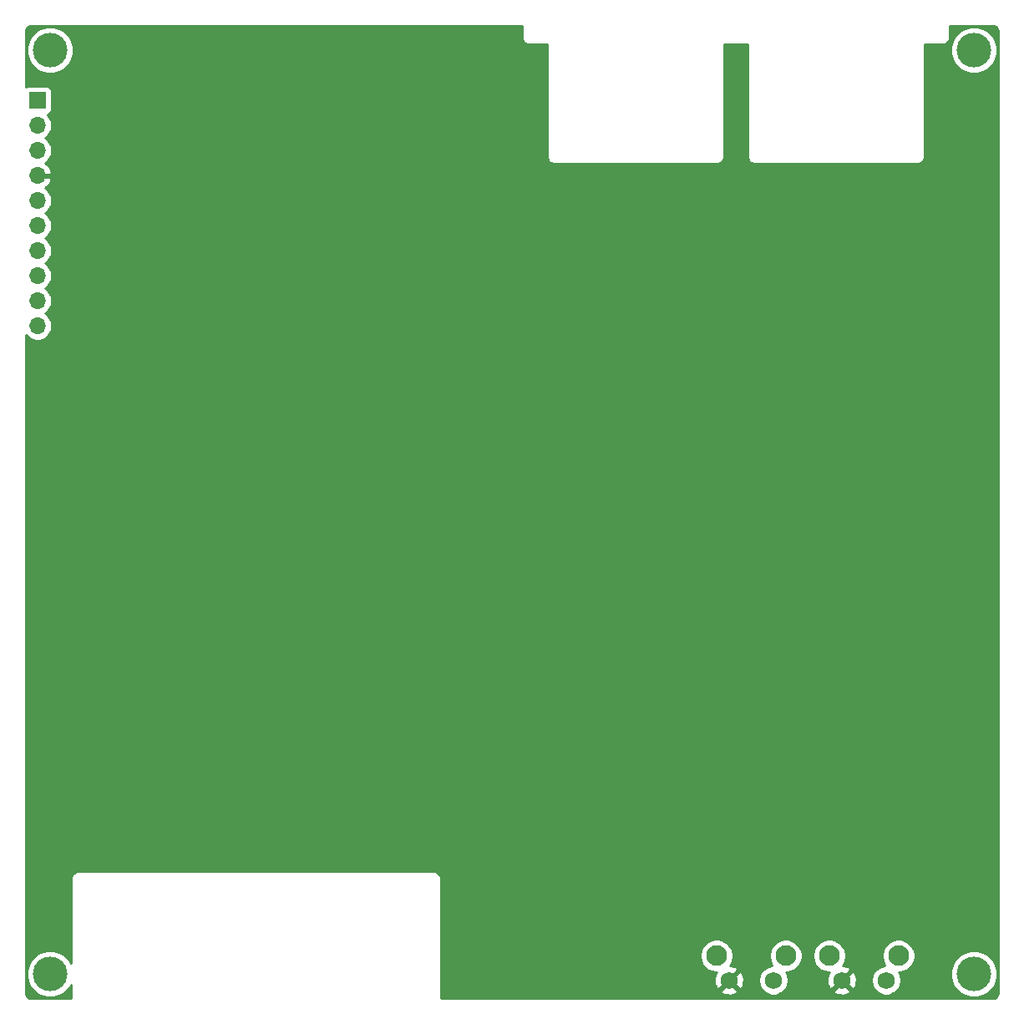
<source format=gtl>
G04 #@! TF.GenerationSoftware,KiCad,Pcbnew,(5.1.8)-1*
G04 #@! TF.CreationDate,2022-02-08T00:22:43+01:00*
G04 #@! TF.ProjectId,BulkyMIDI-32 FA1,42756c6b-794d-4494-9449-2d3332204641,rev?*
G04 #@! TF.SameCoordinates,Original*
G04 #@! TF.FileFunction,Copper,L1,Top*
G04 #@! TF.FilePolarity,Positive*
%FSLAX46Y46*%
G04 Gerber Fmt 4.6, Leading zero omitted, Abs format (unit mm)*
G04 Created by KiCad (PCBNEW (5.1.8)-1) date 2022-02-08 00:22:43*
%MOMM*%
%LPD*%
G01*
G04 APERTURE LIST*
G04 #@! TA.AperFunction,ComponentPad*
%ADD10C,2.100000*%
G04 #@! TD*
G04 #@! TA.AperFunction,ComponentPad*
%ADD11C,1.750000*%
G04 #@! TD*
G04 #@! TA.AperFunction,WasherPad*
%ADD12C,3.500000*%
G04 #@! TD*
G04 #@! TA.AperFunction,ComponentPad*
%ADD13R,1.700000X1.700000*%
G04 #@! TD*
G04 #@! TA.AperFunction,ComponentPad*
%ADD14O,1.700000X1.700000*%
G04 #@! TD*
G04 #@! TA.AperFunction,Conductor*
%ADD15C,0.254000*%
G04 #@! TD*
G04 #@! TA.AperFunction,Conductor*
%ADD16C,0.100000*%
G04 #@! TD*
G04 APERTURE END LIST*
D10*
X147935000Y-149580000D03*
D11*
X146685000Y-152070000D03*
X142185000Y-152070000D03*
D10*
X140925000Y-149580000D03*
X159365000Y-149580000D03*
D11*
X158115000Y-152070000D03*
X153615000Y-152070000D03*
D10*
X152355000Y-149580000D03*
D12*
X73355000Y-151435000D03*
X167005000Y-57785000D03*
D13*
X72085000Y-62865000D03*
D14*
X72085000Y-65405000D03*
X72085000Y-67945000D03*
X72085000Y-70485000D03*
X72085000Y-73025000D03*
X72085000Y-75565000D03*
X72085000Y-78105000D03*
X72085000Y-80645000D03*
X72085000Y-83185000D03*
X72085000Y-85725000D03*
D12*
X167005000Y-151435000D03*
X73355000Y-57785000D03*
D15*
X121210000Y-56480122D02*
X121206565Y-56515000D01*
X121220273Y-56654184D01*
X121260872Y-56788020D01*
X121326800Y-56911363D01*
X121415525Y-57019475D01*
X121500633Y-57089321D01*
X121523637Y-57108200D01*
X121646980Y-57174128D01*
X121780816Y-57214727D01*
X121920000Y-57228435D01*
X121954877Y-57225000D01*
X123750000Y-57225000D01*
X123750001Y-68545113D01*
X123746565Y-68580000D01*
X123760273Y-68719184D01*
X123800872Y-68853020D01*
X123866800Y-68976363D01*
X123955525Y-69084475D01*
X124063637Y-69173200D01*
X124186980Y-69239128D01*
X124320816Y-69279727D01*
X124425123Y-69290000D01*
X124460000Y-69293435D01*
X124494877Y-69290000D01*
X140935123Y-69290000D01*
X140970000Y-69293435D01*
X141004877Y-69290000D01*
X141006685Y-69289822D01*
X141109184Y-69279727D01*
X141243020Y-69239128D01*
X141366363Y-69173200D01*
X141474475Y-69084475D01*
X141563200Y-68976363D01*
X141629128Y-68853020D01*
X141669727Y-68719184D01*
X141680000Y-68614877D01*
X141683435Y-68580000D01*
X141680000Y-68545123D01*
X141680000Y-57225000D01*
X144070000Y-57225000D01*
X144070001Y-68545113D01*
X144066565Y-68580000D01*
X144080273Y-68719184D01*
X144120872Y-68853020D01*
X144186800Y-68976363D01*
X144275525Y-69084475D01*
X144383637Y-69173200D01*
X144506980Y-69239128D01*
X144640816Y-69279727D01*
X144745123Y-69290000D01*
X144780000Y-69293435D01*
X144814877Y-69290000D01*
X161255123Y-69290000D01*
X161290000Y-69293435D01*
X161324877Y-69290000D01*
X161326685Y-69289822D01*
X161429184Y-69279727D01*
X161563020Y-69239128D01*
X161686363Y-69173200D01*
X161794475Y-69084475D01*
X161883200Y-68976363D01*
X161949128Y-68853020D01*
X161989727Y-68719184D01*
X162000000Y-68614877D01*
X162003435Y-68580000D01*
X162000000Y-68545123D01*
X162000000Y-57550098D01*
X164620000Y-57550098D01*
X164620000Y-58019902D01*
X164711654Y-58480679D01*
X164891440Y-58914721D01*
X165152450Y-59305349D01*
X165484651Y-59637550D01*
X165875279Y-59898560D01*
X166309321Y-60078346D01*
X166770098Y-60170000D01*
X167239902Y-60170000D01*
X167700679Y-60078346D01*
X168134721Y-59898560D01*
X168525349Y-59637550D01*
X168857550Y-59305349D01*
X169118560Y-58914721D01*
X169298346Y-58480679D01*
X169390000Y-58019902D01*
X169390000Y-57550098D01*
X169298346Y-57089321D01*
X169118560Y-56655279D01*
X168857550Y-56264651D01*
X168525349Y-55932450D01*
X168134721Y-55671440D01*
X167700679Y-55491654D01*
X167239902Y-55400000D01*
X166770098Y-55400000D01*
X166309321Y-55491654D01*
X165875279Y-55671440D01*
X165484651Y-55932450D01*
X165152450Y-56264651D01*
X164891440Y-56655279D01*
X164711654Y-57089321D01*
X164620000Y-57550098D01*
X162000000Y-57550098D01*
X162000000Y-57225000D01*
X163795123Y-57225000D01*
X163830000Y-57228435D01*
X163864877Y-57225000D01*
X163969184Y-57214727D01*
X164103020Y-57174128D01*
X164226363Y-57108200D01*
X164334475Y-57019475D01*
X164423200Y-56911363D01*
X164489128Y-56788020D01*
X164529727Y-56654184D01*
X164543435Y-56515000D01*
X164540000Y-56480123D01*
X164540000Y-55320000D01*
X168875280Y-55320000D01*
X169018109Y-55334005D01*
X169122101Y-55365402D01*
X169218014Y-55416399D01*
X169302194Y-55485055D01*
X169371440Y-55568758D01*
X169423105Y-55664311D01*
X169455227Y-55768078D01*
X169470000Y-55908641D01*
X169470001Y-153305269D01*
X169455995Y-153448109D01*
X169424599Y-153552099D01*
X169373601Y-153648013D01*
X169304941Y-153732199D01*
X169221243Y-153801439D01*
X169125689Y-153853105D01*
X169021922Y-153885227D01*
X168881359Y-153900000D01*
X112978000Y-153900000D01*
X112978000Y-153116240D01*
X141318365Y-153116240D01*
X141399025Y-153367868D01*
X141667329Y-153496267D01*
X141955526Y-153569855D01*
X142252543Y-153585804D01*
X142546963Y-153543501D01*
X142827474Y-153444572D01*
X142970975Y-153367868D01*
X143051635Y-153116240D01*
X142185000Y-152249605D01*
X141318365Y-153116240D01*
X112978000Y-153116240D01*
X112978000Y-149414042D01*
X139240000Y-149414042D01*
X139240000Y-149745958D01*
X139304754Y-150071496D01*
X139431772Y-150378147D01*
X139616175Y-150654125D01*
X139850875Y-150888825D01*
X140126853Y-151073228D01*
X140433504Y-151200246D01*
X140759042Y-151265000D01*
X140946483Y-151265000D01*
X140887132Y-151284025D01*
X140758733Y-151552329D01*
X140685145Y-151840526D01*
X140669196Y-152137543D01*
X140711499Y-152431963D01*
X140810428Y-152712474D01*
X140887132Y-152855975D01*
X141138760Y-152936635D01*
X142005395Y-152070000D01*
X142364605Y-152070000D01*
X143231240Y-152936635D01*
X143482868Y-152855975D01*
X143611267Y-152587671D01*
X143684855Y-152299474D01*
X143700804Y-152002457D01*
X143689140Y-151921278D01*
X145175000Y-151921278D01*
X145175000Y-152218722D01*
X145233029Y-152510451D01*
X145346856Y-152785253D01*
X145512107Y-153032569D01*
X145722431Y-153242893D01*
X145969747Y-153408144D01*
X146244549Y-153521971D01*
X146536278Y-153580000D01*
X146833722Y-153580000D01*
X147125451Y-153521971D01*
X147400253Y-153408144D01*
X147647569Y-153242893D01*
X147774222Y-153116240D01*
X152748365Y-153116240D01*
X152829025Y-153367868D01*
X153097329Y-153496267D01*
X153385526Y-153569855D01*
X153682543Y-153585804D01*
X153976963Y-153543501D01*
X154257474Y-153444572D01*
X154400975Y-153367868D01*
X154481635Y-153116240D01*
X153615000Y-152249605D01*
X152748365Y-153116240D01*
X147774222Y-153116240D01*
X147857893Y-153032569D01*
X148023144Y-152785253D01*
X148136971Y-152510451D01*
X148195000Y-152218722D01*
X148195000Y-151921278D01*
X148136971Y-151629549D01*
X148023144Y-151354747D01*
X147963177Y-151265000D01*
X148100958Y-151265000D01*
X148426496Y-151200246D01*
X148733147Y-151073228D01*
X149009125Y-150888825D01*
X149243825Y-150654125D01*
X149428228Y-150378147D01*
X149555246Y-150071496D01*
X149620000Y-149745958D01*
X149620000Y-149414042D01*
X150670000Y-149414042D01*
X150670000Y-149745958D01*
X150734754Y-150071496D01*
X150861772Y-150378147D01*
X151046175Y-150654125D01*
X151280875Y-150888825D01*
X151556853Y-151073228D01*
X151863504Y-151200246D01*
X152189042Y-151265000D01*
X152376483Y-151265000D01*
X152317132Y-151284025D01*
X152188733Y-151552329D01*
X152115145Y-151840526D01*
X152099196Y-152137543D01*
X152141499Y-152431963D01*
X152240428Y-152712474D01*
X152317132Y-152855975D01*
X152568760Y-152936635D01*
X153435395Y-152070000D01*
X153794605Y-152070000D01*
X154661240Y-152936635D01*
X154912868Y-152855975D01*
X155041267Y-152587671D01*
X155114855Y-152299474D01*
X155130804Y-152002457D01*
X155119140Y-151921278D01*
X156605000Y-151921278D01*
X156605000Y-152218722D01*
X156663029Y-152510451D01*
X156776856Y-152785253D01*
X156942107Y-153032569D01*
X157152431Y-153242893D01*
X157399747Y-153408144D01*
X157674549Y-153521971D01*
X157966278Y-153580000D01*
X158263722Y-153580000D01*
X158555451Y-153521971D01*
X158830253Y-153408144D01*
X159077569Y-153242893D01*
X159287893Y-153032569D01*
X159453144Y-152785253D01*
X159566971Y-152510451D01*
X159625000Y-152218722D01*
X159625000Y-151921278D01*
X159566971Y-151629549D01*
X159453144Y-151354747D01*
X159393177Y-151265000D01*
X159530958Y-151265000D01*
X159856496Y-151200246D01*
X159856853Y-151200098D01*
X164620000Y-151200098D01*
X164620000Y-151669902D01*
X164711654Y-152130679D01*
X164891440Y-152564721D01*
X165152450Y-152955349D01*
X165484651Y-153287550D01*
X165875279Y-153548560D01*
X166309321Y-153728346D01*
X166770098Y-153820000D01*
X167239902Y-153820000D01*
X167700679Y-153728346D01*
X168134721Y-153548560D01*
X168525349Y-153287550D01*
X168857550Y-152955349D01*
X169118560Y-152564721D01*
X169298346Y-152130679D01*
X169390000Y-151669902D01*
X169390000Y-151200098D01*
X169298346Y-150739321D01*
X169118560Y-150305279D01*
X168857550Y-149914651D01*
X168525349Y-149582450D01*
X168134721Y-149321440D01*
X167700679Y-149141654D01*
X167239902Y-149050000D01*
X166770098Y-149050000D01*
X166309321Y-149141654D01*
X165875279Y-149321440D01*
X165484651Y-149582450D01*
X165152450Y-149914651D01*
X164891440Y-150305279D01*
X164711654Y-150739321D01*
X164620000Y-151200098D01*
X159856853Y-151200098D01*
X160163147Y-151073228D01*
X160439125Y-150888825D01*
X160673825Y-150654125D01*
X160858228Y-150378147D01*
X160985246Y-150071496D01*
X161050000Y-149745958D01*
X161050000Y-149414042D01*
X160985246Y-149088504D01*
X160858228Y-148781853D01*
X160673825Y-148505875D01*
X160439125Y-148271175D01*
X160163147Y-148086772D01*
X159856496Y-147959754D01*
X159530958Y-147895000D01*
X159199042Y-147895000D01*
X158873504Y-147959754D01*
X158566853Y-148086772D01*
X158290875Y-148271175D01*
X158056175Y-148505875D01*
X157871772Y-148781853D01*
X157744754Y-149088504D01*
X157680000Y-149414042D01*
X157680000Y-149745958D01*
X157744754Y-150071496D01*
X157871772Y-150378147D01*
X157993283Y-150560000D01*
X157966278Y-150560000D01*
X157674549Y-150618029D01*
X157399747Y-150731856D01*
X157152431Y-150897107D01*
X156942107Y-151107431D01*
X156776856Y-151354747D01*
X156663029Y-151629549D01*
X156605000Y-151921278D01*
X155119140Y-151921278D01*
X155088501Y-151708037D01*
X154989572Y-151427526D01*
X154912868Y-151284025D01*
X154661240Y-151203365D01*
X153794605Y-152070000D01*
X153435395Y-152070000D01*
X153421253Y-152055858D01*
X153600858Y-151876253D01*
X153615000Y-151890395D01*
X154481635Y-151023760D01*
X154400975Y-150772132D01*
X154132671Y-150643733D01*
X153844474Y-150570145D01*
X153724252Y-150563689D01*
X153848228Y-150378147D01*
X153975246Y-150071496D01*
X154040000Y-149745958D01*
X154040000Y-149414042D01*
X153975246Y-149088504D01*
X153848228Y-148781853D01*
X153663825Y-148505875D01*
X153429125Y-148271175D01*
X153153147Y-148086772D01*
X152846496Y-147959754D01*
X152520958Y-147895000D01*
X152189042Y-147895000D01*
X151863504Y-147959754D01*
X151556853Y-148086772D01*
X151280875Y-148271175D01*
X151046175Y-148505875D01*
X150861772Y-148781853D01*
X150734754Y-149088504D01*
X150670000Y-149414042D01*
X149620000Y-149414042D01*
X149555246Y-149088504D01*
X149428228Y-148781853D01*
X149243825Y-148505875D01*
X149009125Y-148271175D01*
X148733147Y-148086772D01*
X148426496Y-147959754D01*
X148100958Y-147895000D01*
X147769042Y-147895000D01*
X147443504Y-147959754D01*
X147136853Y-148086772D01*
X146860875Y-148271175D01*
X146626175Y-148505875D01*
X146441772Y-148781853D01*
X146314754Y-149088504D01*
X146250000Y-149414042D01*
X146250000Y-149745958D01*
X146314754Y-150071496D01*
X146441772Y-150378147D01*
X146563283Y-150560000D01*
X146536278Y-150560000D01*
X146244549Y-150618029D01*
X145969747Y-150731856D01*
X145722431Y-150897107D01*
X145512107Y-151107431D01*
X145346856Y-151354747D01*
X145233029Y-151629549D01*
X145175000Y-151921278D01*
X143689140Y-151921278D01*
X143658501Y-151708037D01*
X143559572Y-151427526D01*
X143482868Y-151284025D01*
X143231240Y-151203365D01*
X142364605Y-152070000D01*
X142005395Y-152070000D01*
X141991253Y-152055858D01*
X142170858Y-151876253D01*
X142185000Y-151890395D01*
X143051635Y-151023760D01*
X142970975Y-150772132D01*
X142702671Y-150643733D01*
X142414474Y-150570145D01*
X142294252Y-150563689D01*
X142418228Y-150378147D01*
X142545246Y-150071496D01*
X142610000Y-149745958D01*
X142610000Y-149414042D01*
X142545246Y-149088504D01*
X142418228Y-148781853D01*
X142233825Y-148505875D01*
X141999125Y-148271175D01*
X141723147Y-148086772D01*
X141416496Y-147959754D01*
X141090958Y-147895000D01*
X140759042Y-147895000D01*
X140433504Y-147959754D01*
X140126853Y-148086772D01*
X139850875Y-148271175D01*
X139616175Y-148505875D01*
X139431772Y-148781853D01*
X139304754Y-149088504D01*
X139240000Y-149414042D01*
X112978000Y-149414042D01*
X112978000Y-141766877D01*
X112981435Y-141732000D01*
X112967727Y-141592816D01*
X112927128Y-141458980D01*
X112861200Y-141335637D01*
X112772475Y-141227525D01*
X112664363Y-141138800D01*
X112541020Y-141072872D01*
X112407184Y-141032273D01*
X112302877Y-141022000D01*
X112268000Y-141018565D01*
X112233123Y-141022000D01*
X76234877Y-141022000D01*
X76200000Y-141018565D01*
X76165123Y-141022000D01*
X76060816Y-141032273D01*
X75926980Y-141072872D01*
X75803637Y-141138800D01*
X75695525Y-141227525D01*
X75606800Y-141335637D01*
X75540872Y-141458980D01*
X75500273Y-141592816D01*
X75486565Y-141732000D01*
X75490001Y-141766887D01*
X75490000Y-150357041D01*
X75468560Y-150305279D01*
X75207550Y-149914651D01*
X74875349Y-149582450D01*
X74484721Y-149321440D01*
X74050679Y-149141654D01*
X73589902Y-149050000D01*
X73120098Y-149050000D01*
X72659321Y-149141654D01*
X72225279Y-149321440D01*
X71834651Y-149582450D01*
X71502450Y-149914651D01*
X71241440Y-150305279D01*
X71061654Y-150739321D01*
X70970000Y-151200098D01*
X70970000Y-151669902D01*
X71061654Y-152130679D01*
X71241440Y-152564721D01*
X71502450Y-152955349D01*
X71834651Y-153287550D01*
X72225279Y-153548560D01*
X72659321Y-153728346D01*
X73120098Y-153820000D01*
X73589902Y-153820000D01*
X74050679Y-153728346D01*
X74484721Y-153548560D01*
X74875349Y-153287550D01*
X75207550Y-152955349D01*
X75468560Y-152564721D01*
X75490000Y-152512960D01*
X75490000Y-153900000D01*
X71484720Y-153900000D01*
X71341891Y-153885995D01*
X71237901Y-153854599D01*
X71141987Y-153803601D01*
X71057801Y-153734941D01*
X70988561Y-153651243D01*
X70936895Y-153555689D01*
X70904773Y-153451922D01*
X70890000Y-153311359D01*
X70890000Y-86609485D01*
X70931525Y-86671632D01*
X71138368Y-86878475D01*
X71381589Y-87040990D01*
X71651842Y-87152932D01*
X71938740Y-87210000D01*
X72231260Y-87210000D01*
X72518158Y-87152932D01*
X72788411Y-87040990D01*
X73031632Y-86878475D01*
X73238475Y-86671632D01*
X73400990Y-86428411D01*
X73512932Y-86158158D01*
X73570000Y-85871260D01*
X73570000Y-85578740D01*
X73512932Y-85291842D01*
X73400990Y-85021589D01*
X73238475Y-84778368D01*
X73031632Y-84571525D01*
X72857240Y-84455000D01*
X73031632Y-84338475D01*
X73238475Y-84131632D01*
X73400990Y-83888411D01*
X73512932Y-83618158D01*
X73570000Y-83331260D01*
X73570000Y-83038740D01*
X73512932Y-82751842D01*
X73400990Y-82481589D01*
X73238475Y-82238368D01*
X73031632Y-82031525D01*
X72857240Y-81915000D01*
X73031632Y-81798475D01*
X73238475Y-81591632D01*
X73400990Y-81348411D01*
X73512932Y-81078158D01*
X73570000Y-80791260D01*
X73570000Y-80498740D01*
X73512932Y-80211842D01*
X73400990Y-79941589D01*
X73238475Y-79698368D01*
X73031632Y-79491525D01*
X72857240Y-79375000D01*
X73031632Y-79258475D01*
X73238475Y-79051632D01*
X73400990Y-78808411D01*
X73512932Y-78538158D01*
X73570000Y-78251260D01*
X73570000Y-77958740D01*
X73512932Y-77671842D01*
X73400990Y-77401589D01*
X73238475Y-77158368D01*
X73031632Y-76951525D01*
X72857240Y-76835000D01*
X73031632Y-76718475D01*
X73238475Y-76511632D01*
X73400990Y-76268411D01*
X73512932Y-75998158D01*
X73570000Y-75711260D01*
X73570000Y-75418740D01*
X73512932Y-75131842D01*
X73400990Y-74861589D01*
X73238475Y-74618368D01*
X73031632Y-74411525D01*
X72857240Y-74295000D01*
X73031632Y-74178475D01*
X73238475Y-73971632D01*
X73400990Y-73728411D01*
X73512932Y-73458158D01*
X73570000Y-73171260D01*
X73570000Y-72878740D01*
X73512932Y-72591842D01*
X73400990Y-72321589D01*
X73238475Y-72078368D01*
X73031632Y-71871525D01*
X72849466Y-71749805D01*
X72966355Y-71680178D01*
X73182588Y-71485269D01*
X73356641Y-71251920D01*
X73481825Y-70989099D01*
X73526476Y-70841890D01*
X73405155Y-70612000D01*
X72212000Y-70612000D01*
X72212000Y-70632000D01*
X71958000Y-70632000D01*
X71958000Y-70612000D01*
X71938000Y-70612000D01*
X71938000Y-70358000D01*
X71958000Y-70358000D01*
X71958000Y-70338000D01*
X72212000Y-70338000D01*
X72212000Y-70358000D01*
X73405155Y-70358000D01*
X73526476Y-70128110D01*
X73481825Y-69980901D01*
X73356641Y-69718080D01*
X73182588Y-69484731D01*
X72966355Y-69289822D01*
X72849466Y-69220195D01*
X73031632Y-69098475D01*
X73238475Y-68891632D01*
X73400990Y-68648411D01*
X73512932Y-68378158D01*
X73570000Y-68091260D01*
X73570000Y-67798740D01*
X73512932Y-67511842D01*
X73400990Y-67241589D01*
X73238475Y-66998368D01*
X73031632Y-66791525D01*
X72857240Y-66675000D01*
X73031632Y-66558475D01*
X73238475Y-66351632D01*
X73400990Y-66108411D01*
X73512932Y-65838158D01*
X73570000Y-65551260D01*
X73570000Y-65258740D01*
X73512932Y-64971842D01*
X73400990Y-64701589D01*
X73238475Y-64458368D01*
X73106620Y-64326513D01*
X73179180Y-64304502D01*
X73289494Y-64245537D01*
X73386185Y-64166185D01*
X73465537Y-64069494D01*
X73524502Y-63959180D01*
X73560812Y-63839482D01*
X73573072Y-63715000D01*
X73573072Y-62015000D01*
X73560812Y-61890518D01*
X73524502Y-61770820D01*
X73465537Y-61660506D01*
X73386185Y-61563815D01*
X73289494Y-61484463D01*
X73179180Y-61425498D01*
X73059482Y-61389188D01*
X72935000Y-61376928D01*
X71235000Y-61376928D01*
X71110518Y-61389188D01*
X70990820Y-61425498D01*
X70890000Y-61479388D01*
X70890000Y-57550098D01*
X70970000Y-57550098D01*
X70970000Y-58019902D01*
X71061654Y-58480679D01*
X71241440Y-58914721D01*
X71502450Y-59305349D01*
X71834651Y-59637550D01*
X72225279Y-59898560D01*
X72659321Y-60078346D01*
X73120098Y-60170000D01*
X73589902Y-60170000D01*
X74050679Y-60078346D01*
X74484721Y-59898560D01*
X74875349Y-59637550D01*
X75207550Y-59305349D01*
X75468560Y-58914721D01*
X75648346Y-58480679D01*
X75740000Y-58019902D01*
X75740000Y-57550098D01*
X75648346Y-57089321D01*
X75468560Y-56655279D01*
X75207550Y-56264651D01*
X74875349Y-55932450D01*
X74484721Y-55671440D01*
X74050679Y-55491654D01*
X73589902Y-55400000D01*
X73120098Y-55400000D01*
X72659321Y-55491654D01*
X72225279Y-55671440D01*
X71834651Y-55932450D01*
X71502450Y-56264651D01*
X71241440Y-56655279D01*
X71061654Y-57089321D01*
X70970000Y-57550098D01*
X70890000Y-57550098D01*
X70890000Y-55914720D01*
X70904005Y-55771891D01*
X70935402Y-55667899D01*
X70986399Y-55571986D01*
X71055055Y-55487806D01*
X71138758Y-55418560D01*
X71234311Y-55366895D01*
X71338078Y-55334773D01*
X71478641Y-55320000D01*
X121210001Y-55320000D01*
X121210000Y-56480122D01*
G04 #@! TA.AperFunction,Conductor*
D16*
G36*
X121210000Y-56480122D02*
G01*
X121206565Y-56515000D01*
X121220273Y-56654184D01*
X121260872Y-56788020D01*
X121326800Y-56911363D01*
X121415525Y-57019475D01*
X121500633Y-57089321D01*
X121523637Y-57108200D01*
X121646980Y-57174128D01*
X121780816Y-57214727D01*
X121920000Y-57228435D01*
X121954877Y-57225000D01*
X123750000Y-57225000D01*
X123750001Y-68545113D01*
X123746565Y-68580000D01*
X123760273Y-68719184D01*
X123800872Y-68853020D01*
X123866800Y-68976363D01*
X123955525Y-69084475D01*
X124063637Y-69173200D01*
X124186980Y-69239128D01*
X124320816Y-69279727D01*
X124425123Y-69290000D01*
X124460000Y-69293435D01*
X124494877Y-69290000D01*
X140935123Y-69290000D01*
X140970000Y-69293435D01*
X141004877Y-69290000D01*
X141006685Y-69289822D01*
X141109184Y-69279727D01*
X141243020Y-69239128D01*
X141366363Y-69173200D01*
X141474475Y-69084475D01*
X141563200Y-68976363D01*
X141629128Y-68853020D01*
X141669727Y-68719184D01*
X141680000Y-68614877D01*
X141683435Y-68580000D01*
X141680000Y-68545123D01*
X141680000Y-57225000D01*
X144070000Y-57225000D01*
X144070001Y-68545113D01*
X144066565Y-68580000D01*
X144080273Y-68719184D01*
X144120872Y-68853020D01*
X144186800Y-68976363D01*
X144275525Y-69084475D01*
X144383637Y-69173200D01*
X144506980Y-69239128D01*
X144640816Y-69279727D01*
X144745123Y-69290000D01*
X144780000Y-69293435D01*
X144814877Y-69290000D01*
X161255123Y-69290000D01*
X161290000Y-69293435D01*
X161324877Y-69290000D01*
X161326685Y-69289822D01*
X161429184Y-69279727D01*
X161563020Y-69239128D01*
X161686363Y-69173200D01*
X161794475Y-69084475D01*
X161883200Y-68976363D01*
X161949128Y-68853020D01*
X161989727Y-68719184D01*
X162000000Y-68614877D01*
X162003435Y-68580000D01*
X162000000Y-68545123D01*
X162000000Y-57550098D01*
X164620000Y-57550098D01*
X164620000Y-58019902D01*
X164711654Y-58480679D01*
X164891440Y-58914721D01*
X165152450Y-59305349D01*
X165484651Y-59637550D01*
X165875279Y-59898560D01*
X166309321Y-60078346D01*
X166770098Y-60170000D01*
X167239902Y-60170000D01*
X167700679Y-60078346D01*
X168134721Y-59898560D01*
X168525349Y-59637550D01*
X168857550Y-59305349D01*
X169118560Y-58914721D01*
X169298346Y-58480679D01*
X169390000Y-58019902D01*
X169390000Y-57550098D01*
X169298346Y-57089321D01*
X169118560Y-56655279D01*
X168857550Y-56264651D01*
X168525349Y-55932450D01*
X168134721Y-55671440D01*
X167700679Y-55491654D01*
X167239902Y-55400000D01*
X166770098Y-55400000D01*
X166309321Y-55491654D01*
X165875279Y-55671440D01*
X165484651Y-55932450D01*
X165152450Y-56264651D01*
X164891440Y-56655279D01*
X164711654Y-57089321D01*
X164620000Y-57550098D01*
X162000000Y-57550098D01*
X162000000Y-57225000D01*
X163795123Y-57225000D01*
X163830000Y-57228435D01*
X163864877Y-57225000D01*
X163969184Y-57214727D01*
X164103020Y-57174128D01*
X164226363Y-57108200D01*
X164334475Y-57019475D01*
X164423200Y-56911363D01*
X164489128Y-56788020D01*
X164529727Y-56654184D01*
X164543435Y-56515000D01*
X164540000Y-56480123D01*
X164540000Y-55320000D01*
X168875280Y-55320000D01*
X169018109Y-55334005D01*
X169122101Y-55365402D01*
X169218014Y-55416399D01*
X169302194Y-55485055D01*
X169371440Y-55568758D01*
X169423105Y-55664311D01*
X169455227Y-55768078D01*
X169470000Y-55908641D01*
X169470001Y-153305269D01*
X169455995Y-153448109D01*
X169424599Y-153552099D01*
X169373601Y-153648013D01*
X169304941Y-153732199D01*
X169221243Y-153801439D01*
X169125689Y-153853105D01*
X169021922Y-153885227D01*
X168881359Y-153900000D01*
X112978000Y-153900000D01*
X112978000Y-153116240D01*
X141318365Y-153116240D01*
X141399025Y-153367868D01*
X141667329Y-153496267D01*
X141955526Y-153569855D01*
X142252543Y-153585804D01*
X142546963Y-153543501D01*
X142827474Y-153444572D01*
X142970975Y-153367868D01*
X143051635Y-153116240D01*
X142185000Y-152249605D01*
X141318365Y-153116240D01*
X112978000Y-153116240D01*
X112978000Y-149414042D01*
X139240000Y-149414042D01*
X139240000Y-149745958D01*
X139304754Y-150071496D01*
X139431772Y-150378147D01*
X139616175Y-150654125D01*
X139850875Y-150888825D01*
X140126853Y-151073228D01*
X140433504Y-151200246D01*
X140759042Y-151265000D01*
X140946483Y-151265000D01*
X140887132Y-151284025D01*
X140758733Y-151552329D01*
X140685145Y-151840526D01*
X140669196Y-152137543D01*
X140711499Y-152431963D01*
X140810428Y-152712474D01*
X140887132Y-152855975D01*
X141138760Y-152936635D01*
X142005395Y-152070000D01*
X142364605Y-152070000D01*
X143231240Y-152936635D01*
X143482868Y-152855975D01*
X143611267Y-152587671D01*
X143684855Y-152299474D01*
X143700804Y-152002457D01*
X143689140Y-151921278D01*
X145175000Y-151921278D01*
X145175000Y-152218722D01*
X145233029Y-152510451D01*
X145346856Y-152785253D01*
X145512107Y-153032569D01*
X145722431Y-153242893D01*
X145969747Y-153408144D01*
X146244549Y-153521971D01*
X146536278Y-153580000D01*
X146833722Y-153580000D01*
X147125451Y-153521971D01*
X147400253Y-153408144D01*
X147647569Y-153242893D01*
X147774222Y-153116240D01*
X152748365Y-153116240D01*
X152829025Y-153367868D01*
X153097329Y-153496267D01*
X153385526Y-153569855D01*
X153682543Y-153585804D01*
X153976963Y-153543501D01*
X154257474Y-153444572D01*
X154400975Y-153367868D01*
X154481635Y-153116240D01*
X153615000Y-152249605D01*
X152748365Y-153116240D01*
X147774222Y-153116240D01*
X147857893Y-153032569D01*
X148023144Y-152785253D01*
X148136971Y-152510451D01*
X148195000Y-152218722D01*
X148195000Y-151921278D01*
X148136971Y-151629549D01*
X148023144Y-151354747D01*
X147963177Y-151265000D01*
X148100958Y-151265000D01*
X148426496Y-151200246D01*
X148733147Y-151073228D01*
X149009125Y-150888825D01*
X149243825Y-150654125D01*
X149428228Y-150378147D01*
X149555246Y-150071496D01*
X149620000Y-149745958D01*
X149620000Y-149414042D01*
X150670000Y-149414042D01*
X150670000Y-149745958D01*
X150734754Y-150071496D01*
X150861772Y-150378147D01*
X151046175Y-150654125D01*
X151280875Y-150888825D01*
X151556853Y-151073228D01*
X151863504Y-151200246D01*
X152189042Y-151265000D01*
X152376483Y-151265000D01*
X152317132Y-151284025D01*
X152188733Y-151552329D01*
X152115145Y-151840526D01*
X152099196Y-152137543D01*
X152141499Y-152431963D01*
X152240428Y-152712474D01*
X152317132Y-152855975D01*
X152568760Y-152936635D01*
X153435395Y-152070000D01*
X153794605Y-152070000D01*
X154661240Y-152936635D01*
X154912868Y-152855975D01*
X155041267Y-152587671D01*
X155114855Y-152299474D01*
X155130804Y-152002457D01*
X155119140Y-151921278D01*
X156605000Y-151921278D01*
X156605000Y-152218722D01*
X156663029Y-152510451D01*
X156776856Y-152785253D01*
X156942107Y-153032569D01*
X157152431Y-153242893D01*
X157399747Y-153408144D01*
X157674549Y-153521971D01*
X157966278Y-153580000D01*
X158263722Y-153580000D01*
X158555451Y-153521971D01*
X158830253Y-153408144D01*
X159077569Y-153242893D01*
X159287893Y-153032569D01*
X159453144Y-152785253D01*
X159566971Y-152510451D01*
X159625000Y-152218722D01*
X159625000Y-151921278D01*
X159566971Y-151629549D01*
X159453144Y-151354747D01*
X159393177Y-151265000D01*
X159530958Y-151265000D01*
X159856496Y-151200246D01*
X159856853Y-151200098D01*
X164620000Y-151200098D01*
X164620000Y-151669902D01*
X164711654Y-152130679D01*
X164891440Y-152564721D01*
X165152450Y-152955349D01*
X165484651Y-153287550D01*
X165875279Y-153548560D01*
X166309321Y-153728346D01*
X166770098Y-153820000D01*
X167239902Y-153820000D01*
X167700679Y-153728346D01*
X168134721Y-153548560D01*
X168525349Y-153287550D01*
X168857550Y-152955349D01*
X169118560Y-152564721D01*
X169298346Y-152130679D01*
X169390000Y-151669902D01*
X169390000Y-151200098D01*
X169298346Y-150739321D01*
X169118560Y-150305279D01*
X168857550Y-149914651D01*
X168525349Y-149582450D01*
X168134721Y-149321440D01*
X167700679Y-149141654D01*
X167239902Y-149050000D01*
X166770098Y-149050000D01*
X166309321Y-149141654D01*
X165875279Y-149321440D01*
X165484651Y-149582450D01*
X165152450Y-149914651D01*
X164891440Y-150305279D01*
X164711654Y-150739321D01*
X164620000Y-151200098D01*
X159856853Y-151200098D01*
X160163147Y-151073228D01*
X160439125Y-150888825D01*
X160673825Y-150654125D01*
X160858228Y-150378147D01*
X160985246Y-150071496D01*
X161050000Y-149745958D01*
X161050000Y-149414042D01*
X160985246Y-149088504D01*
X160858228Y-148781853D01*
X160673825Y-148505875D01*
X160439125Y-148271175D01*
X160163147Y-148086772D01*
X159856496Y-147959754D01*
X159530958Y-147895000D01*
X159199042Y-147895000D01*
X158873504Y-147959754D01*
X158566853Y-148086772D01*
X158290875Y-148271175D01*
X158056175Y-148505875D01*
X157871772Y-148781853D01*
X157744754Y-149088504D01*
X157680000Y-149414042D01*
X157680000Y-149745958D01*
X157744754Y-150071496D01*
X157871772Y-150378147D01*
X157993283Y-150560000D01*
X157966278Y-150560000D01*
X157674549Y-150618029D01*
X157399747Y-150731856D01*
X157152431Y-150897107D01*
X156942107Y-151107431D01*
X156776856Y-151354747D01*
X156663029Y-151629549D01*
X156605000Y-151921278D01*
X155119140Y-151921278D01*
X155088501Y-151708037D01*
X154989572Y-151427526D01*
X154912868Y-151284025D01*
X154661240Y-151203365D01*
X153794605Y-152070000D01*
X153435395Y-152070000D01*
X153421253Y-152055858D01*
X153600858Y-151876253D01*
X153615000Y-151890395D01*
X154481635Y-151023760D01*
X154400975Y-150772132D01*
X154132671Y-150643733D01*
X153844474Y-150570145D01*
X153724252Y-150563689D01*
X153848228Y-150378147D01*
X153975246Y-150071496D01*
X154040000Y-149745958D01*
X154040000Y-149414042D01*
X153975246Y-149088504D01*
X153848228Y-148781853D01*
X153663825Y-148505875D01*
X153429125Y-148271175D01*
X153153147Y-148086772D01*
X152846496Y-147959754D01*
X152520958Y-147895000D01*
X152189042Y-147895000D01*
X151863504Y-147959754D01*
X151556853Y-148086772D01*
X151280875Y-148271175D01*
X151046175Y-148505875D01*
X150861772Y-148781853D01*
X150734754Y-149088504D01*
X150670000Y-149414042D01*
X149620000Y-149414042D01*
X149555246Y-149088504D01*
X149428228Y-148781853D01*
X149243825Y-148505875D01*
X149009125Y-148271175D01*
X148733147Y-148086772D01*
X148426496Y-147959754D01*
X148100958Y-147895000D01*
X147769042Y-147895000D01*
X147443504Y-147959754D01*
X147136853Y-148086772D01*
X146860875Y-148271175D01*
X146626175Y-148505875D01*
X146441772Y-148781853D01*
X146314754Y-149088504D01*
X146250000Y-149414042D01*
X146250000Y-149745958D01*
X146314754Y-150071496D01*
X146441772Y-150378147D01*
X146563283Y-150560000D01*
X146536278Y-150560000D01*
X146244549Y-150618029D01*
X145969747Y-150731856D01*
X145722431Y-150897107D01*
X145512107Y-151107431D01*
X145346856Y-151354747D01*
X145233029Y-151629549D01*
X145175000Y-151921278D01*
X143689140Y-151921278D01*
X143658501Y-151708037D01*
X143559572Y-151427526D01*
X143482868Y-151284025D01*
X143231240Y-151203365D01*
X142364605Y-152070000D01*
X142005395Y-152070000D01*
X141991253Y-152055858D01*
X142170858Y-151876253D01*
X142185000Y-151890395D01*
X143051635Y-151023760D01*
X142970975Y-150772132D01*
X142702671Y-150643733D01*
X142414474Y-150570145D01*
X142294252Y-150563689D01*
X142418228Y-150378147D01*
X142545246Y-150071496D01*
X142610000Y-149745958D01*
X142610000Y-149414042D01*
X142545246Y-149088504D01*
X142418228Y-148781853D01*
X142233825Y-148505875D01*
X141999125Y-148271175D01*
X141723147Y-148086772D01*
X141416496Y-147959754D01*
X141090958Y-147895000D01*
X140759042Y-147895000D01*
X140433504Y-147959754D01*
X140126853Y-148086772D01*
X139850875Y-148271175D01*
X139616175Y-148505875D01*
X139431772Y-148781853D01*
X139304754Y-149088504D01*
X139240000Y-149414042D01*
X112978000Y-149414042D01*
X112978000Y-141766877D01*
X112981435Y-141732000D01*
X112967727Y-141592816D01*
X112927128Y-141458980D01*
X112861200Y-141335637D01*
X112772475Y-141227525D01*
X112664363Y-141138800D01*
X112541020Y-141072872D01*
X112407184Y-141032273D01*
X112302877Y-141022000D01*
X112268000Y-141018565D01*
X112233123Y-141022000D01*
X76234877Y-141022000D01*
X76200000Y-141018565D01*
X76165123Y-141022000D01*
X76060816Y-141032273D01*
X75926980Y-141072872D01*
X75803637Y-141138800D01*
X75695525Y-141227525D01*
X75606800Y-141335637D01*
X75540872Y-141458980D01*
X75500273Y-141592816D01*
X75486565Y-141732000D01*
X75490001Y-141766887D01*
X75490000Y-150357041D01*
X75468560Y-150305279D01*
X75207550Y-149914651D01*
X74875349Y-149582450D01*
X74484721Y-149321440D01*
X74050679Y-149141654D01*
X73589902Y-149050000D01*
X73120098Y-149050000D01*
X72659321Y-149141654D01*
X72225279Y-149321440D01*
X71834651Y-149582450D01*
X71502450Y-149914651D01*
X71241440Y-150305279D01*
X71061654Y-150739321D01*
X70970000Y-151200098D01*
X70970000Y-151669902D01*
X71061654Y-152130679D01*
X71241440Y-152564721D01*
X71502450Y-152955349D01*
X71834651Y-153287550D01*
X72225279Y-153548560D01*
X72659321Y-153728346D01*
X73120098Y-153820000D01*
X73589902Y-153820000D01*
X74050679Y-153728346D01*
X74484721Y-153548560D01*
X74875349Y-153287550D01*
X75207550Y-152955349D01*
X75468560Y-152564721D01*
X75490000Y-152512960D01*
X75490000Y-153900000D01*
X71484720Y-153900000D01*
X71341891Y-153885995D01*
X71237901Y-153854599D01*
X71141987Y-153803601D01*
X71057801Y-153734941D01*
X70988561Y-153651243D01*
X70936895Y-153555689D01*
X70904773Y-153451922D01*
X70890000Y-153311359D01*
X70890000Y-86609485D01*
X70931525Y-86671632D01*
X71138368Y-86878475D01*
X71381589Y-87040990D01*
X71651842Y-87152932D01*
X71938740Y-87210000D01*
X72231260Y-87210000D01*
X72518158Y-87152932D01*
X72788411Y-87040990D01*
X73031632Y-86878475D01*
X73238475Y-86671632D01*
X73400990Y-86428411D01*
X73512932Y-86158158D01*
X73570000Y-85871260D01*
X73570000Y-85578740D01*
X73512932Y-85291842D01*
X73400990Y-85021589D01*
X73238475Y-84778368D01*
X73031632Y-84571525D01*
X72857240Y-84455000D01*
X73031632Y-84338475D01*
X73238475Y-84131632D01*
X73400990Y-83888411D01*
X73512932Y-83618158D01*
X73570000Y-83331260D01*
X73570000Y-83038740D01*
X73512932Y-82751842D01*
X73400990Y-82481589D01*
X73238475Y-82238368D01*
X73031632Y-82031525D01*
X72857240Y-81915000D01*
X73031632Y-81798475D01*
X73238475Y-81591632D01*
X73400990Y-81348411D01*
X73512932Y-81078158D01*
X73570000Y-80791260D01*
X73570000Y-80498740D01*
X73512932Y-80211842D01*
X73400990Y-79941589D01*
X73238475Y-79698368D01*
X73031632Y-79491525D01*
X72857240Y-79375000D01*
X73031632Y-79258475D01*
X73238475Y-79051632D01*
X73400990Y-78808411D01*
X73512932Y-78538158D01*
X73570000Y-78251260D01*
X73570000Y-77958740D01*
X73512932Y-77671842D01*
X73400990Y-77401589D01*
X73238475Y-77158368D01*
X73031632Y-76951525D01*
X72857240Y-76835000D01*
X73031632Y-76718475D01*
X73238475Y-76511632D01*
X73400990Y-76268411D01*
X73512932Y-75998158D01*
X73570000Y-75711260D01*
X73570000Y-75418740D01*
X73512932Y-75131842D01*
X73400990Y-74861589D01*
X73238475Y-74618368D01*
X73031632Y-74411525D01*
X72857240Y-74295000D01*
X73031632Y-74178475D01*
X73238475Y-73971632D01*
X73400990Y-73728411D01*
X73512932Y-73458158D01*
X73570000Y-73171260D01*
X73570000Y-72878740D01*
X73512932Y-72591842D01*
X73400990Y-72321589D01*
X73238475Y-72078368D01*
X73031632Y-71871525D01*
X72849466Y-71749805D01*
X72966355Y-71680178D01*
X73182588Y-71485269D01*
X73356641Y-71251920D01*
X73481825Y-70989099D01*
X73526476Y-70841890D01*
X73405155Y-70612000D01*
X72212000Y-70612000D01*
X72212000Y-70632000D01*
X71958000Y-70632000D01*
X71958000Y-70612000D01*
X71938000Y-70612000D01*
X71938000Y-70358000D01*
X71958000Y-70358000D01*
X71958000Y-70338000D01*
X72212000Y-70338000D01*
X72212000Y-70358000D01*
X73405155Y-70358000D01*
X73526476Y-70128110D01*
X73481825Y-69980901D01*
X73356641Y-69718080D01*
X73182588Y-69484731D01*
X72966355Y-69289822D01*
X72849466Y-69220195D01*
X73031632Y-69098475D01*
X73238475Y-68891632D01*
X73400990Y-68648411D01*
X73512932Y-68378158D01*
X73570000Y-68091260D01*
X73570000Y-67798740D01*
X73512932Y-67511842D01*
X73400990Y-67241589D01*
X73238475Y-66998368D01*
X73031632Y-66791525D01*
X72857240Y-66675000D01*
X73031632Y-66558475D01*
X73238475Y-66351632D01*
X73400990Y-66108411D01*
X73512932Y-65838158D01*
X73570000Y-65551260D01*
X73570000Y-65258740D01*
X73512932Y-64971842D01*
X73400990Y-64701589D01*
X73238475Y-64458368D01*
X73106620Y-64326513D01*
X73179180Y-64304502D01*
X73289494Y-64245537D01*
X73386185Y-64166185D01*
X73465537Y-64069494D01*
X73524502Y-63959180D01*
X73560812Y-63839482D01*
X73573072Y-63715000D01*
X73573072Y-62015000D01*
X73560812Y-61890518D01*
X73524502Y-61770820D01*
X73465537Y-61660506D01*
X73386185Y-61563815D01*
X73289494Y-61484463D01*
X73179180Y-61425498D01*
X73059482Y-61389188D01*
X72935000Y-61376928D01*
X71235000Y-61376928D01*
X71110518Y-61389188D01*
X70990820Y-61425498D01*
X70890000Y-61479388D01*
X70890000Y-57550098D01*
X70970000Y-57550098D01*
X70970000Y-58019902D01*
X71061654Y-58480679D01*
X71241440Y-58914721D01*
X71502450Y-59305349D01*
X71834651Y-59637550D01*
X72225279Y-59898560D01*
X72659321Y-60078346D01*
X73120098Y-60170000D01*
X73589902Y-60170000D01*
X74050679Y-60078346D01*
X74484721Y-59898560D01*
X74875349Y-59637550D01*
X75207550Y-59305349D01*
X75468560Y-58914721D01*
X75648346Y-58480679D01*
X75740000Y-58019902D01*
X75740000Y-57550098D01*
X75648346Y-57089321D01*
X75468560Y-56655279D01*
X75207550Y-56264651D01*
X74875349Y-55932450D01*
X74484721Y-55671440D01*
X74050679Y-55491654D01*
X73589902Y-55400000D01*
X73120098Y-55400000D01*
X72659321Y-55491654D01*
X72225279Y-55671440D01*
X71834651Y-55932450D01*
X71502450Y-56264651D01*
X71241440Y-56655279D01*
X71061654Y-57089321D01*
X70970000Y-57550098D01*
X70890000Y-57550098D01*
X70890000Y-55914720D01*
X70904005Y-55771891D01*
X70935402Y-55667899D01*
X70986399Y-55571986D01*
X71055055Y-55487806D01*
X71138758Y-55418560D01*
X71234311Y-55366895D01*
X71338078Y-55334773D01*
X71478641Y-55320000D01*
X121210001Y-55320000D01*
X121210000Y-56480122D01*
G37*
G04 #@! TD.AperFunction*
M02*

</source>
